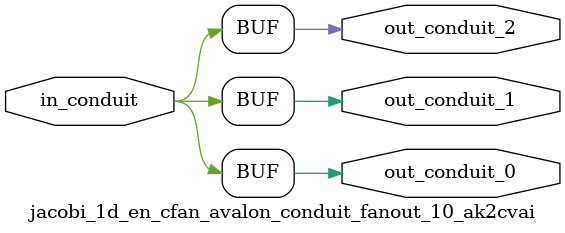
<source format=sv>


 


// --------------------------------------------------------------------------------
//| Avalon Conduit Fan-Out
// --------------------------------------------------------------------------------

// ------------------------------------------
// Generation parameters:
//   output_name:       jacobi_1d_en_cfan_avalon_conduit_fanout_10_ak2cvai
//   numFanOut:         3
//   
// ------------------------------------------

module jacobi_1d_en_cfan_avalon_conduit_fanout_10_ak2cvai (     

// Interface: out_conduit_0
 output                    out_conduit_0,
// Interface: out_conduit_1
 output                    out_conduit_1,
// Interface: out_conduit_2
 output                    out_conduit_2,

// Interface: in_conduit
 input                   in_conduit

);

   assign  out_conduit_0 = in_conduit;
   assign  out_conduit_1 = in_conduit;
   assign  out_conduit_2 = in_conduit;

endmodule //


</source>
